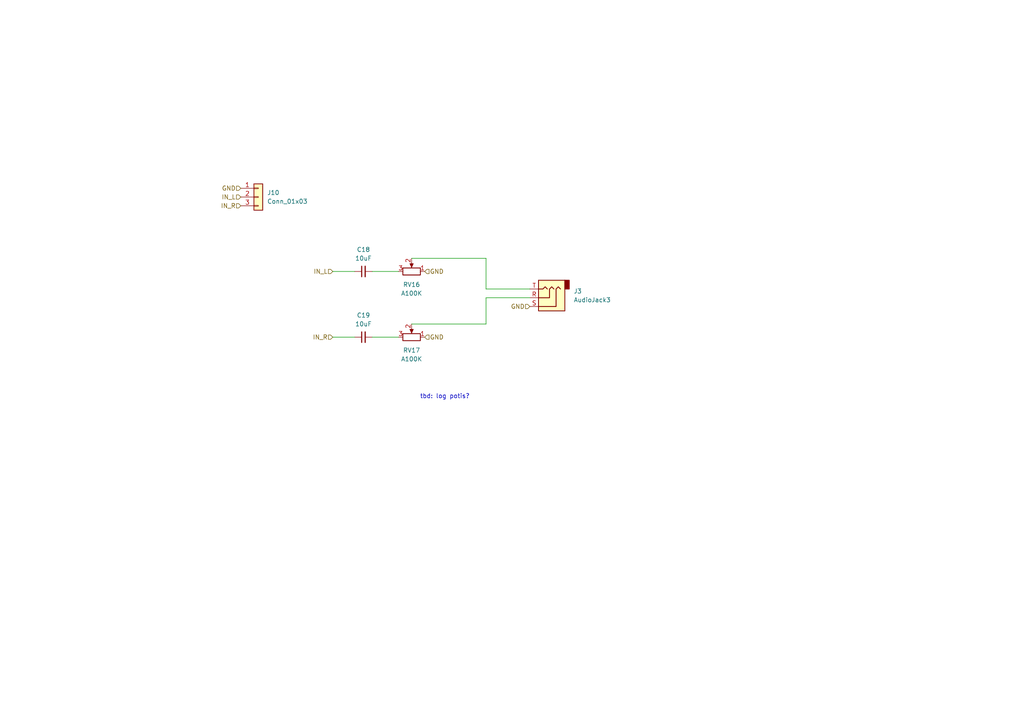
<source format=kicad_sch>
(kicad_sch (version 20231120) (generator "eeschema") (generator_version "8.0")
  (paper "A4")
  (lib_symbols
    (symbol "Connector_Audio:AudioJack3"
      (property "Reference" "J" (at 0 8.89 0))
      (property "Value" "AudioJack3" (at 0 6.35 0))
      (symbol "AudioJack3_0_1"
        (rectangle (start -5.08 -5.08) (end -6.35 -2.54) (stroke (width 0.254)) (fill (type outline)))
        (polyline (pts (xy 0 -2.54) (xy 0.635 -3.175) (xy 1.27 -2.54) (xy 2.54 -2.54)) (stroke (width 0.254)))
        (polyline (pts (xy -1.905 -2.54) (xy -1.27 -3.175) (xy -0.635 -2.54) (xy -0.635 0) (xy 2.54 0)) (stroke (width 0.254)))
        (polyline (pts (xy 2.54 2.54) (xy -2.54 2.54) (xy -2.54 -2.54) (xy -3.175 -3.175) (xy -3.81 -2.54)) (stroke (width 0.254)))
        (rectangle (start 2.54 3.81) (end -5.08 -5.08) (stroke (width 0.254)) (fill (type background)))
      )
      (symbol "AudioJack3_1_1"
        (pin passive line (at 5.08 0 180) (length 2.54) (name "~") (number "R"))
        (pin passive line (at 5.08 2.54 180) (length 2.54) (name "~") (number "S"))
        (pin passive line (at 5.08 -2.54 180) (length 2.54) (name "~") (number "T"))
      )
    )
    (symbol "Connector_Generic:Conn_01x03" (pin_names (offset 1.016) hide)
      (property "Reference" "J" (at 0 5.08 0))
      (property "Value" "Conn_01x03" (at 0 -5.08 0))
      (symbol "Conn_01x03_1_1"
        (rectangle (start -1.27 -2.413) (end 0 -2.667) (stroke (width 0.1524)))
        (rectangle (start -1.27 0.127) (end 0 -0.127) (stroke (width 0.1524)))
        (rectangle (start -1.27 2.667) (end 0 2.413) (stroke (width 0.1524)))
        (rectangle (start -1.27 3.81) (end 1.27 -3.81) (stroke (width 0.254)) (fill (type background)))
        (pin passive line (at -5.08 2.54 0) (length 3.81) (name "Pin_1") (number "1"))
        (pin passive line (at -5.08 0 0) (length 3.81) (name "Pin_2") (number "2"))
        (pin passive line (at -5.08 -2.54 0) (length 3.81) (name "Pin_3") (number "3"))
      )
    )
    (symbol "Device:C_Small" (pin_numbers hide) (pin_names (offset 0.254) hide)
      (property "Reference" "C" (at 0.254 1.778 0))
      (property "Value" "C_Small" (at 0.254 -2.032 0))
      (symbol "C_Small_0_1"
        (polyline (pts (xy -1.524 -0.508) (xy 1.524 -0.508)) (stroke (width 0.3302)))
        (polyline (pts (xy -1.524 0.508) (xy 1.524 0.508)) (stroke (width 0.3048)))
      )
      (symbol "C_Small_1_1"
        (pin passive line (at 0 2.54 270) (length 2.032) (name "~") (number "1"))
        (pin passive line (at 0 -2.54 90) (length 2.032) (name "~") (number "2"))
      )
    )
    (symbol "Device:R_Potentiometer" (pin_names (offset 1.016) hide)
      (property "Reference" "RV" (at -4.445 0 90))
      (property "Value" "R_Potentiometer" (at -2.54 0 90))
      (symbol "R_Potentiometer_0_1"
        (polyline (pts (xy 2.54 0) (xy 1.524 0)))
        (polyline (pts (xy 1.143 0) (xy 2.286 0.508) (xy 2.286 -0.508) (xy 1.143 0)) (fill (type outline)))
        (rectangle (start 1.016 2.54) (end -1.016 -2.54) (stroke (width 0.254)))
      )
      (symbol "R_Potentiometer_1_1"
        (pin passive line (at 0 3.81 270) (length 1.27) (name "1") (number "1"))
        (pin passive line (at 3.81 0 180) (length 1.27) (name "2") (number "2"))
        (pin passive line (at 0 -3.81 90) (length 1.27) (name "3") (number "3"))
      )
    )
  )
  (wire (pts (xy 140.97 86.36) (xy 153.67 86.36)))
  (wire (pts (xy 140.97 93.98) (xy 140.97 86.36)))
  (wire (pts (xy 107.95 97.79) (xy 115.57 97.79)))
  (wire (pts (xy 140.97 74.93) (xy 140.97 83.82)))
  (wire (pts (xy 107.95 78.74) (xy 115.57 78.74)))
  (wire (pts (xy 96.52 97.79) (xy 102.87 97.79)))
  (wire (pts (xy 140.97 83.82) (xy 153.67 83.82)))
  (wire (pts (xy 119.38 93.98) (xy 140.97 93.98)))
  (wire (pts (xy 119.38 74.93) (xy 140.97 74.93)))
  (wire (pts (xy 96.52 78.74) (xy 102.87 78.74)))
  (text "tbd: log potis?\n" (at 129.032 115.062 0) (effects (font (size 1.27 1.27))))
  (hierarchical_label "GND" (shape input) (at 123.19 78.74 0))
  (hierarchical_label "GND" (shape input) (at 69.85 54.61 180))
  (hierarchical_label "GND" (shape input) (at 123.19 97.79 0))
  (hierarchical_label "IN_R" (shape input) (at 96.52 97.79 180))
  (hierarchical_label "IN_L" (shape input) (at 69.85 57.15 180))
  (hierarchical_label "IN_L" (shape input) (at 96.52 78.74 180))
  (hierarchical_label "IN_R" (shape input) (at 69.85 59.69 180))
  (hierarchical_label "GND" (shape input) (at 153.67 88.9 180))
  (symbol (lib_id "Connector_Generic:Conn_01x03") (at 74.93 57.15 0) (unit 1)
    (property "Reference" "J10" (at 77.47 55.8799 0) (effects (justify left)))
    (property "Value" "Conn_01x03" (at 77.47 58.4199 0) (effects (justify left)))
    (property "Footprint" "Connector_PinSocket_2.54mm:PinSocket_1x03_P2.54mm_Vertical" (effects (hide yes)))
    (property "Description" "Generic connector, single row, 01x03, script generated (kicad-library-utils/schlib/autogen/connector/)" (effects (hide yes)))
  )
  (symbol (lib_id "Device:C_Small") (at 105.41 97.79 90) (unit 1)
    (property "Reference" "C19" (at 105.4163 91.44 90))
    (property "Value" "10uF" (at 105.4163 93.98 90))
    (property "Footprint" "Capacitor_SMD:C_0805_2012Metric" (effects (hide yes)))
    (property "Description" "Unpolarized capacitor, small symbol" (effects (hide yes)))
  )
  (symbol (lib_id "Device:R_Potentiometer") (at 119.38 97.79 270) (mirror x) (unit 1)
    (property "Reference" "RV17" (at 119.38 101.6 90))
    (property "Value" "A100K" (at 119.38 104.14 90))
    (property "Footprint" "Pot_RV09AF-ALPHA:Pot_RV09AF-ALPHA" (effects (hide yes)))
    (property "Description" "Potentiometer" (effects (hide yes)))
  )
  (symbol (lib_id "Device:R_Potentiometer") (at 119.38 78.74 270) (mirror x) (unit 1)
    (property "Reference" "RV16" (at 119.38 82.55 90))
    (property "Value" "A100K" (at 119.38 85.09 90))
    (property "Footprint" "Pot_RV09AF-ALPHA:Pot_RV09AF-ALPHA" (effects (hide yes)))
    (property "Description" "Potentiometer" (effects (hide yes)))
  )
  (symbol (lib_id "Device:C_Small") (at 105.41 78.74 90) (unit 1)
    (property "Reference" "C18" (at 105.4163 72.39 90))
    (property "Value" "10uF" (at 105.4163 74.93 90))
    (property "Footprint" "Capacitor_SMD:C_0805_2012Metric" (effects (hide yes)))
    (property "Description" "Unpolarized capacitor, small symbol" (effects (hide yes)))
  )
  (symbol (lib_id "Connector_Audio:AudioJack3") (at 158.75 86.36 180) (unit 1)
    (property "Reference" "J3" (at 166.37 84.4549 0) (effects (justify right)))
    (property "Value" "AudioJack3" (at 166.37 86.9949 0) (effects (justify right)))
    (property "Footprint" "Connector_Audio:Jack_3.5mm_CUI_SJ1-3525N_Horizontal" (effects (hide yes)))
    (property "Description" "Audio Jack, 3 Poles (Stereo / TRS)" (effects (hide yes)))
  )
)
</source>
